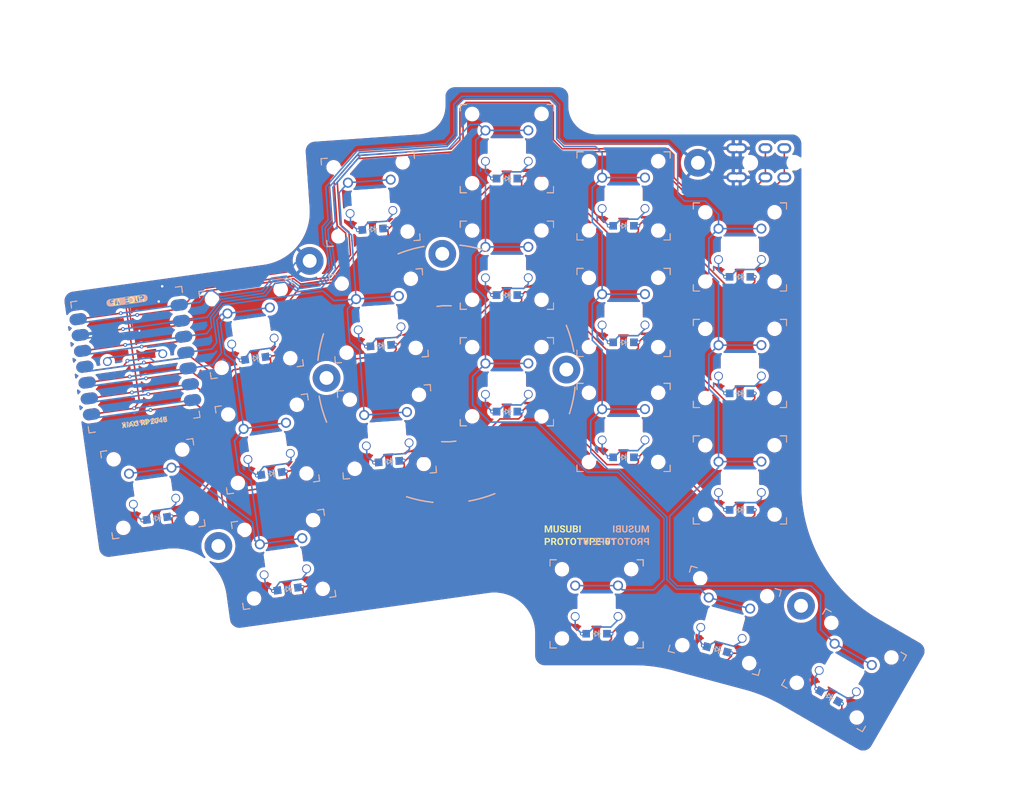
<source format=kicad_pcb>
(kicad_pcb (version 20211014) (generator pcbnew)
  (title_block (title "MUSUBI"))
  (layers (0 "F.Cu" signal) (31 "B.Cu" signal) (34 "B.Paste" user) (35 "F.Paste" user) (36 "B.SilkS" user "B.Silkscreen") (37 "F.SilkS" user "F.Silkscreen") (38 "B.Mask" user) (39 "F.Mask" user) (44 "Edge.Cuts" user))
  (net 0 "")
  (net 1 "ROW0")
  (net 2 "Net-(D1-Pad2)")
  (net 3 "Net-(D2-Pad2)")
  (net 4 "Net-(D3-Pad2)")
  (net 5 "Net-(D4-Pad2)")
  (net 6 "Net-(D5-Pad2)")
  (net 7 "ROW1")
  (net 8 "Net-(D6-Pad2)")
  (net 9 "Net-(D7-Pad2)")
  (net 10 "Net-(D8-Pad2)")
  (net 11 "Net-(D9-Pad2)")
  (net 12 "Net-(D10-Pad2)")
  (net 13 "ROW2")
  (net 14 "Net-(D11-Pad2)")
  (net 15 "Net-(D12-Pad2)")
  (net 16 "Net-(D13-Pad2)")
  (net 17 "Net-(D14-Pad2)")
  (net 18 "Net-(D15-Pad2)")
  (net 19 "ROW3")
  (net 20 "Net-(D17-Pad2)")
  (net 21 "Net-(D18-Pad2)")
  (net 22 "Net-(D19-Pad2)")
  (net 23 "Net-(D20-Pad2)")
  (net 24 "COL0")
  (net 25 "COL1")
  (net 26 "COL2")
  (net 27 "COL3")
  (net 28 "COL4")
  (net 30 "TX")
  (net 32 "GND")
  (net 33 "VCC")
  (footprint "DEF01:diode-reversible" (layer "F.Cu") (at 154.868354 97.992001 180)
    (fp_text reference "D14" hide)
    (fp_text value "D_Small" hide)
  )
  (footprint "DEF01:Kailh-PG1425-X-Switch-revers" (layer "F.Cu") (at 154.868354 56.491995)
    (fp_text reference "SW4" hide)
    (fp_text value "SW_Push_45deg" hide)
  )
  (footprint "DEF01:diode-reversible" (layer "F.Cu") (at 117.620977 98.678423 -176)
    (fp_text reference "D12" hide)
    (fp_text value "D_Small" hide)
  )
  (footprint "DEF01:diode-reversible" (layer "F.Cu") (at 136.345055 53.741968 180)
    (fp_text reference "D3" hide)
    (fp_text value "D_Small" hide)
  )
  (footprint "DEF01:TRRS-PJ-320A-dual" (layer "F.Cu") (at 178.026206 51.361997 -90)
    (fp_text reference "J1" hide)
    (fp_text value "AudioJack4" hide)
  )
  (footprint "DEF01:diode-reversible" (layer "F.Cu") (at 173.344979 69.341961 180)
    (fp_text reference "D5" hide)
    (fp_text value "D_Small" hide)
  )
  (footprint "DEF01:Kailh-PG1425-X-Switch-revers" (layer "F.Cu") (at 150.591715 121.25578)
    (fp_text reference "SW18" hide)
    (fp_text value "SW_Push_45deg" hide)
  )
  (footprint "DEF01:Kailh-PG1425-X-Switch-revers" (layer "F.Cu") (at 100.897803 114.188267 8)
    (fp_text reference "SW11" hide)
    (fp_text value "SW_Push_45deg" hide)
  )
  (footprint "DEF01:diode-reversible" (layer "F.Cu") (at 101.558873 118.892035 -172)
    (fp_text reference "D11" hide)
    (fp_text value "D_Small" hide)
  )
  (footprint "DEF01:diode-reversible" (layer "F.Cu") (at 173.344977 87.841952 180)
    (fp_text reference "D10" hide)
    (fp_text value "D_Small" hide)
  )
  (footprint "kibuzzard-63ADF2C0" (layer "F.Cu") (at 78.781908 92.459519 8)
    (fp_text reference "kibuzzard-63ADF2C0" hide)
    (fp_text value "G***" hide)
  )
  (footprint "MountingHole:MountingHole_2.2mm_M2_Pad_TopBottom" (layer "F.Cu") (at 90.544301 112.068688)
    (fp_text reference "REF**" hide)
    (fp_text value "MountingHole_2.2mm_M2_Pad_TopBottom" hide)
  )
  (footprint "DEF01:Kailh-PG1425-X-Switch-revers" (layer "F.Cu") (at 117.289639 93.939979 4)
    (fp_text reference "SW12" hide)
    (fp_text value "SW_Push_45deg" hide)
  )
  (footprint "DEF01:Kailh-PG1425-X-Switch-revers" (layer "F.Cu") (at 189.879799 131.782892 -30)
    (fp_text reference "SW20" hide)
    (fp_text value "SW_Push_45deg" hide)
  )
  (footprint "DEF01:Kailh-PG1425-X-Switch-revers" (layer "F.Cu") (at 80.136702 102.986031 8)
    (fp_text reference "SW17" hide)
    (fp_text value "SW_Push_45deg" hide)
  )
  (footprint "MountingHole:MountingHole_2.2mm_M2_Pad_TopBottom" (layer "F.Cu") (at 166.673711 51.242001 8)
    (fp_text reference "REF**" hide)
    (fp_text value "MountingHole_2.2mm_M2_Pad_TopBottom" hide)
  )
  (footprint "MountingHole:MountingHole_2.2mm_M2_Pad_TopBottom" (layer "F.Cu") (at 105.044296 66.818696)
    (fp_text reference "REF**" hide)
    (fp_text value "MountingHole_2.2mm_M2_Pad_TopBottom" hide)
  )
  (footprint "DEF01:Tenting_Puck2_reduced" (layer "F.Cu") (at 126.755904 84.733526 2)
    (fp_text reference "REF**")
    (fp_text value "Tenting Puck")
  )
  (footprint "DEF01:Kailh-PG1425-X-Switch-revers" (layer "F.Cu") (at 173.344975 101.579615)
    (fp_text reference "SW15" hide)
    (fp_text value "SW_Push_45deg" hide)
  )
  (footprint "DEF01:diode-reversible" (layer "F.Cu") (at 136.350019 90.741977 180)
    (fp_text reference "D13" hide)
    (fp_text value "D_Small" hide)
  )
  (footprint "DEF01:diode-reversible" (layer "F.Cu") (at 115.041209 61.785834 -176)
    (fp_text reference "D2" hide)
    (fp_text value "D_Small" hide)
  )
  (footprint "DEF01:Kailh-PG1425-X-Switch-revers" (layer "F.Cu") (at 136.345054 48.991982)
    (fp_text reference "SW3" hide)
    (fp_text value "SW_Push_45deg" hide)
  )
  (footprint "DEF01:Kailh-PG1425-X-Switch-revers" (layer "F.Cu") (at 98.32241 95.863353 8)
    (fp_text reference "SW6" hide)
    (fp_text value "SW_Push_45deg" hide)
  )
  (footprint "kibuzzard-63ADF196" (layer "F.Cu") (at 147.881908 110.359519)
    (fp_text reference "kibuzzard-63ADF196" hide)
    (fp_text value "G***" hide)
  )
  (footprint "DEF01:Kailh-PG1425-X-Switch-revers" (layer "F.Cu") (at 136.34503 67.491968)
    (fp_text reference "SW8" hide)
    (fp_text value "SW_Push_45deg" hide)
  )
  (footprint "DEF01:xiao-rev-reversible" (layer "F.Cu") (at 77.368352 82.491999 8)
    (fp_text reference "U1" hide)
    (fp_text value "xiao-ble" hide)
  )
  (footprint "DEF01:diode-reversible" (layer "F.Cu") (at 173.344972 106.341952 180)
    (fp_text reference "D15" hide)
    (fp_text value "D_Small" hide)
  )
  (footprint "DEF01:diode-reversible" (layer "F.Cu") (at 154.868351 79.74199 180)
    (fp_text reference "D9" hide)
    (fp_text value "D_Small" hide)
  )
  (footprint "DEF01:diode-reversible" (layer "F.Cu") (at 169.717249 128.491961 165)
    (fp_text reference "D19" hide)
    (fp_text value "D_Small" hide)
  )
  (footprint "DEF01:Kailh-PG1425-X-Switch-revers" (layer "F.Cu") (at 173.34498 83.091952)
    (fp_text reference "SW10" hide)
    (fp_text value "SW_Push_45deg" hide)
  )
  (footprint "DEF01:diode-reversible" (layer "F.Cu") (at 96.413633 82.281668 -172)
    (fp_text reference "D1" hide)
    (fp_text value "D_Small" hide)
  )
  (footprint "DEF01:Kailh-PG1425-X-Switch-revers" (layer "F.Cu") (at 173.344978 64.591951)
    (fp_text reference "SW5" hide)
    (fp_text value "SW_Push_45deg" hide)
  )
  (footprint "DEF01:Kailh-PG1425-X-Switch-revers" (layer "F.Cu") (at 95.750852 77.565677 8)
    (fp_text reference "SW1" hide)
    (fp_text value "SW_Push_45deg" hide)
  )
  (footprint "DEF01:diode-reversible" (layer "F.Cu") (at 116.332918 80.258221 -176)
    (fp_text reference "D7" hide)
    (fp_text value "D_Small" hide)
  )
  (footprint "DEF01:Kailh-PG1425-X-Switch-revers" (layer "F.Cu") (at 154.86835 74.991999)
    (fp_text reference "SW9" hide)
    (fp_text value "SW_Push_45deg" hide)
  )
  (footprint "DEF01:diode-reversible" (layer "F.Cu") (at 150.591715 126.005779 180)
    (fp_text reference "D18" hide)
    (fp_text value "D_Small" hide)
  )
  (footprint "DEF01:diode-reversible" (layer "F.Cu") (at 187.490576 135.930632 150)
    (fp_text reference "D20" hide)
    (fp_text value "D_Small" hide)
  )
  (footprint "DEF01:diode-reversible" (layer "F.Cu") (at 154.868352 61.241986 180)
    (fp_text reference "D4" hide)
    (fp_text value "D_Small" hide)
  )
  (footprint "DEF01:Kailh-PG1425-X-Switch-revers" (layer "F.Cu") (at 154.868352 93.24199)
    (fp_text reference "SW14" hide)
    (fp_text value "SW_Push_45deg" hide)
  )
  (footprint "DEF01:diode-reversible" (layer "F.Cu") (at 98.98348 100.567138 -172)
    (fp_text reference "D6" hide)
    (fp_text value "D_Small" hide)
  )
  (footprint "DEF01:Kailh-PG1425-X-Switch-revers" (layer "F.Cu") (at 136.345021 85.991973)
    (fp_text reference "SW13" hide)
    (fp_text value "SW_Push_45deg" hide)
  )
  (footprint "DEF01:Kailh-PG1425-X-Switch-revers" (layer "F.Cu") (at 116.001579 75.519791 4)
    (fp_text reference "SW7" hide)
    (fp_text value "SW_Push_45deg" hide)
  )
  (footprint "DEF01:diode-reversible" (layer "F.Cu") (at 136.345033 72.241982 180)
    (fp_text reference "D8" hide)
    (fp_text value "D_Small" hide)
  )
  (footprint "DEF01:Kailh-PG1425-X-Switch-revers" (layer "F.Cu") (at 170.928607 123.933177 -15)
    (fp_text reference "SW19" hide)
    (fp_text value "SW_Push_45deg" hide)
  )
  (footprint "MountingHole:MountingHole_2.2mm_M2_Pad_TopBottom" (layer "F.Cu") (at 183.044297 121.56869)
    (fp_text reference "REF**" hide)
    (fp_text value "MountingHole_2.2mm_M2_Pad_TopBottom" hide)
  )
  (footprint "DEF01:diode-reversible" (layer "F.Cu") (at 80.797771 107.689809 -172)
    (fp_text reference "D17" hide)
    (fp_text value "D_Small" hide)
  )
  (footprint "DEF01:Kailh-PG1425-X-Switch-revers" (layer "F.Cu") (at 114.709864 57.047414 4)
    (fp_text reference "SW2" hide)
    (fp_text value "SW_Push_45deg" hide)
  )
  (footprint "kibuzzard-63ADF196" (layer "B.Cu") (at 153.381907 110.359519 180)
    (fp_text reference "kibuzzard-63ADF196" hide)
    (fp_text value "G***" hide)
  )
  (footprint "kibuzzard-63ADF2C0" (layer "B.Cu") (at 78.881908 92.359519 -172)
    (fp_text reference "kibuzzard-63ADF2C0" hide)
    (fp_text value "G***" hide)
  )
  (gr_line (start 156.427476 131.505816) (end 142.341788 131.505819) (layer "Edge.Cuts") (width 0.003937))
  (gr_line (start 191.899556 144.78468) (end 179.701137 137.741908) (layer "Edge.Cuts") (width 0.003937))
  (gr_line (start 91.904205 123.845287) (end 91.341415 119.840631) (layer "Edge.Cuts") (width 0.003937))
  (gr_arc (start 104.534104 58.465551) (mid 102.770762 64.058175) (end 97.666965 66.945743) (layer "Edge.Cuts") (width 0.003937))
  (gr_line (start 146.595086 40.742046) (end 146.595085 42.242056) (layer "Edge.Cuts") (width 0.003937))
  (gr_arc (start 65.637465 73.466742) (mid 66.020702 71.984738) (end 67.339666 71.207876) (layer "Edge.Cuts") (width 0.003937))
  (gr_arc (start 173.912661 135.344263) (mid 176.885471 136.353394) (end 179.701137 137.741908) (layer "Edge.Cuts") (width 0.003937))
  (gr_arc (start 195.594976 123.246909) (mid 186.810429 114.462297) (end 183.595016 102.462356) (layer "Edge.Cuts") (width 0.003937))
  (gr_line (start 71.134634 112.581983) (end 65.637465 73.466742) (layer "Edge.Cuts") (width 0.003937))
  (gr_line (start 150.59508 46.242032) (end 181.595017 46.242038) (layer "Edge.Cuts") (width 0.003937))
  (gr_line (start 97.666965 66.945743) (end 67.339666 71.207876) (layer "Edge.Cuts") (width 0.003937))
  (gr_line (start 126.095128 42.246233) (end 126.09513 40.742054) (layer "Edge.Cuts") (width 0.003937))
  (gr_arc (start 133.506784 120.01822) (mid 138.278165 121.431579) (end 140.34179 125.959834) (layer "Edge.Cuts") (width 0.003937))
  (gr_arc (start 156.427476 131.505816) (mid 159.560028 131.711135) (end 162.638985 132.323555) (layer "Edge.Cuts") (width 0.003937))
  (gr_arc (start 142.341788 131.505819) (mid 140.927558 130.920055) (end 140.341787 129.505819) (layer "Edge.Cuts") (width 0.003937))
  (gr_line (start 173.912661 135.344263) (end 162.638985 132.323555) (layer "Edge.Cuts") (width 0.003937))
  (gr_line (start 202.149544 127.031203) (end 195.594976 123.246909) (layer "Edge.Cuts") (width 0.003937))
  (gr_line (start 140.341787 129.505819) (end 140.34179 125.959834) (layer "Edge.Cuts") (width 0.003937))
  (gr_arc (start 94.163076 125.547503) (mid 92.68109 125.164238) (end 91.904205 123.845287) (layer "Edge.Cuts") (width 0.003937))
  (gr_arc (start 103.909441 49.532547) (mid 104.395145 48.080928) (end 105.765049 47.397911) (layer "Edge.Cuts") (width 0.003937))
  (gr_line (start 122.37417 46.23647) (end 105.765049 47.397911) (layer "Edge.Cuts") (width 0.003937))
  (gr_line (start 128.095124 38.742064) (end 144.595092 38.742063) (layer "Edge.Cuts") (width 0.003937))
  (gr_arc (start 73.393464 114.284174) (mid 71.911542 113.900871) (end 71.134634 112.581983) (layer "Edge.Cuts") (width 0.003937))
  (gr_line (start 194.6316 144.052626) (end 202.881593 129.763251) (layer "Edge.Cuts") (width 0.003937))
  (gr_line (start 82.306068 113.031778) (end 73.393464 114.284174) (layer "Edge.Cuts") (width 0.003937))
  (gr_line (start 104.534104 58.465551) (end 103.909441 49.532547) (layer "Edge.Cuts") (width 0.003937))
  (gr_arc (start 82.306068 113.031778) (mid 88.233886 114.564945) (end 91.341415 119.840631) (layer "Edge.Cuts") (width 0.003937))
  (gr_line (start 183.595016 102.462356) (end 183.595012 48.242038) (layer "Edge.Cuts") (width 0.003937))
  (gr_arc (start 144.595092 38.742063) (mid 146.009236 39.327899) (end 146.595086 40.742046) (layer "Edge.Cuts") (width 0.003937))
  (gr_arc (start 126.09513 40.742054) (mid 126.680903 39.327828) (end 128.095124 38.742064) (layer "Edge.Cuts") (width 0.003937))
  (gr_arc (start 150.59508 46.242032) (mid 147.766675 45.070458) (end 146.595085 42.242056) (layer "Edge.Cuts") (width 0.003937))
  (gr_arc (start 181.595017 46.242038) (mid 183.009247 46.8278) (end 183.595012 48.242038) (layer "Edge.Cuts") (width 0.003937))
  (gr_arc (start 126.095128 42.246233) (mid 125.020529 44.974197) (end 122.37417 46.23647) (layer "Edge.Cuts") (width 0.003937))
  (gr_arc (start 194.6316 144.052626) (mid 193.417181 144.984454) (end 191.899556 144.78468) (layer "Edge.Cuts") (width 0.003937))
  (gr_line (start 94.163076 125.547503) (end 133.506784 120.01822) (layer "Edge.Cuts") (width 0.003937))
  (gr_arc (start 202.149544 127.031203) (mid 203.081403 128.245608) (end 202.881593 129.763251) (layer "Edge.Cuts") (width 0.003937))
  (segment (start 157.737705 60.722635) (end 157.218352 61.241987) (width 0.25) (layer "F.Cu") (net 1))
  (segment (start 152.566471 62.582159) (end 143.316464 53.332148) (width 0.25) (layer "F.Cu") (net 1))
  (segment (start 108.811405 70.221386) (end 103.485801 70.969844) (width 0.25) (layer "F.Cu") (net 1))
  (segment (start 161.192102 60.722635) (end 157.737705 60.722635) (width 0.25) (layer "F.Cu") (net 1))
  (segment (start 157.218354 62.147339) (end 156.783537 62.582159) (width 0.25) (layer "F.Cu") (net 1))
  (segment (start 85.323343 81.43595) (end 91.440362 86.045448) (width 0.25) (layer "F.Cu") (net 1))
  (segment (start 98.597197 83.304014) (end 98.80997 83.021649) (width 0.25) (layer "F.Cu") (net 1))
  (segment (start 139.104875 53.332151) (end 138.695051 53.741972) (width 0.25) (layer "F.Cu") (net 1))
  (segment (start 171.062421 70.592955) (end 161.192102 60.722635) (width 0.25) (layer "F.Cu") (net 1))
  (segment (start 117.52233 62.595598) (end 117.204864 63.016891) (width 0.25) (layer "F.Cu") (net 1))
  (segment (start 133.49827 55.157113) (end 127.812424 60.842965) (width 0.25) (layer "F.Cu") (net 1))
  (segment (start 156.783537 62.582159) (end 152.566471 62.582159) (width 0.25) (layer "F.Cu") (net 1))
  (segment (start 175.694979 70.170717) (end 175.272738 70.592957) (width 0.25) (layer "F.Cu") (net 1))
  (segment (start 127.812424 60.842965) (end 118.456828 60.842958) (width 0.25) (layer "F.Cu") (net 1))
  (segment (start 157.218352 61.241987) (end 157.218354 62.147339) (width 0.25) (layer "F.Cu") (net 1))
  (segment (start 103.485801 70.969844) (end 100.245161 75.27032) (width 0.25) (layer "F.Cu") (net 1))
  (segment (start 100.902915 79.950484) (end 99.469918 81.852134) (width 0.25) (layer "F.Cu") (net 1))
  (segment (start 92.903154 84.104256) (end 98.597197 83.304014) (width 0.25) (layer "F.Cu") (net 1))
  (segment (start 118.456828 60.842958) (end 117.653608 61.646176) (width 0.25) (layer "F.Cu") (net 1))
  (segment (start 99.469918 81.852134) (end 98.740764 81.954611) (width 0.25) (layer "F.Cu") (net 1))
  (segment (start 113.889234 63.482871) (end 108.811405 70.221386) (width 0.25) (layer "F.Cu") (net 1))
  (segment (start 175.272738 70.592957) (end 171.062421 70.592955) (width 0.25) (layer "F.Cu") (net 1))
  (segment (start 98.740764 81.954611) (end 98.878031 82.93133) (width 0.25) (layer "F.Cu") (net 1))
  (segment (start 175.694975 69.341964) (end 175.694979 70.170717) (width 0.25) (layer "F.Cu") (net 1))
  (segment (start 117.204864 63.016891) (end 113.889234 63.482871) (width 0.25) (layer "F.Cu") (net 1))
  (segment (start 85.182319 81.455769) (end 85.323343 81.43595) (width 0.25) (layer "F.Cu") (net 1))
  (segment (start 91.440362 86.045448) (end 92.903154 84.104256) (width 0.25) (layer "F.Cu") (net 1))
  (segment (start 100.245161 75.27032) (end 100.902915 79.950484) (width 0.25) (layer "F.Cu") (net 1))
  (segment (start 143.316464 53.332148) (end 139.104875 53.332151) (width 0.25) (layer "F.Cu") (net 1))
  (segment (start 138.391428 55.157111) (end 133.49827 55.157113) (width 0.25) (layer "F.Cu") (net 1))
  (segment (start 138.695051 53.741972) (end 138.695053 54.853486) (width 0.25) (layer "F.Cu") (net 1))
  (segment (start 117.385485 61.621906) (end 117.52233 62.595598) (width 0.25) (layer "F.Cu") (net 1))
  (segment (start 138.695053 54.853486) (end 138.391428 55.157111) (width 0.25) (layer "F.Cu") (net 1))
  (segment (start 98.878031 82.93133) (end 98.80997 83.021649) (width 0.25) (layer "F.Cu") (net 1))
  (segment (start 92.663996 80.031626) (end 92.900594 81.715076) (width 0.25) (layer "B.Cu") (net 2))
  (segment (start 99.533892 80.053331) (end 99.396119 79.073026) (width 0.25) (layer "B.Cu") (net 2))
  (segment (start 94.086503 82.608727) (end 94.582405 82.539028) (width 0.25) (layer "B.Cu") (net 2))
  (segment (start 94.582405 82.539028) (end 95.665104 81.10223) (width 0.25) (layer "B.Cu") (net 2))
  (segment (start 99.108127 80.618339) (end 99.533892 80.053331) (width 0.25) (layer "B.Cu") (net 2))
  (segment (start 95.665104 81.10223) (end 99.108127 80.618339) (width 0.25) (layer "B.Cu") (net 2))
  (segment (start 92.900594 81.715076) (end 94.086503 82.608727) (width 0.25) (layer "B.Cu") (net 2))
  (segment (start 118.279807 59.358967) (end 118.241101 58.805361) (width 0.25) (layer "B.Cu") (net 3))
  (segment (start 111.576232 60.97555) (end 112.696932 61.949757) (width 0.25) (layer "B.Cu") (net 3))
  (segment (start 111.458512 59.292013) (end 111.576232 60.97555) (width 0.25) (layer "B.Cu") (net 3))
  (segment (start 114.327295 60.721102) (end 117.274901 60.514983) (width 0.25) (layer "B.Cu") (net 3))
  (segment (start 117.274901 60.514983) (end 118.279807 59.358967) (width 0.25) (layer "B.Cu") (net 3))
  (segment (start 112.696932 61.949757) (end 113.29563 61.907901) (width 0.25) (layer "B.Cu") (net 3))
  (segment (start 113.29563 61.907901) (end 114.327295 60.721102) (width 0.25) (layer "B.Cu") (net 3))
  (segment (start 134.87524 53.74198) (end 135.929493 52.687716) (width 0.25) (layer "B.Cu") (net 4))
  (segment (start 132.945041 52.691968) (end 132.945046 51.004322) (width 0.25) (layer "B.Cu") (net 4))
  (segment (start 133.995055 53.741973) (end 134.87524 53.74198) (width 0.25) (layer "B.Cu") (net 4))
  (segment (start 135.929493 52.687716) (end 138.604285 52.687721) (width 0.25) (layer "B.Cu") (net 4))
  (segment (start 138.604285 52.687721) (end 139.74506 51.546935) (width 0.25) (layer "B.Cu") (net 4))
  (segment (start 133.995055 53.741973) (end 132.945041 52.691968) (width 0.25) (layer "B.Cu") (net 4))
  (segment (start 139.74506 51.546935) (end 139.745058 50.991985) (width 0.25) (layer "B.Cu") (net 4))
  (segment (start 151.46835 60.191985) (end 152.518353 61.241985) (width 0.25) (layer "B.Cu") (net 5))
  (segment (start 154.4295 60.187715) (end 157.127605 60.187709) (width 0.25) (layer "B.Cu") (net 5))
  (segment (start 158.26836 59.046958) (end 158.268363 58.492003) (width 0.25) (layer "B.Cu") (net 5))
  (segment (start 153.375226 61.241992) (end 154.4295 60.187715) (width 0.25) (layer "B.Cu") (net 5))
  (segment (start 151.46835 58.504329) (end 151.46835 60.191985) (width 0.25) (layer "B.Cu") (net 5))
  (segment (start 152.518353 61.241985) (end 153.375226 61.241992) (width 0.25) (layer "B.Cu") (net 5))
  (segment (start 157.127605 60.187709) (end 158.26836 59.046958) (width 0.25) (layer "B.Cu") (net 5))
  (segment (start 175.70417 68.18771) (end 176.744986 67.146907) (width 0.25) (layer "B.Cu") (net 6))
  (segment (start 172.929495 68.187718) (end 175.70417 68.18771) (width 0.25) (layer "B.Cu") (net 6))
  (segment (start 171.775259 69.341958) (end 172.929495 68.187718) (width 0.25) (layer "B.Cu") (net 6))
  (segment (start 169.94497 68.291956) (end 169.944974 66.604287) (width 0.25) (layer "B.Cu") (net 6))
  (segment (start 170.994975 69.341957) (end 169.94497 68.291956) (width 0.25) (layer "B.Cu") (net 6))
  (segment (start 170.994975 69.341957) (end 171.775259 69.341958) (width 0.25) (layer "B.Cu") (net 6))
  (segment (start 176.744986 67.146907) (end 176.74498 66.591945) (width 0.25) (layer "B.Cu") (net 6))
  (segment (start 101.310609 100.240081) (end 102.074259 100.132757) (width 0.25) (layer "F.Cu") (net 7))
  (segment (start 171.077272 89.092956) (end 175.272733 89.092959) (width 0.25) (layer "F.Cu") (net 7))
  (segment (start 101.31061 100.24008) (end 101.46207 101.317802) (width 0.25) (layer "F.Cu") (net 7))
  (segment (start 138.69503 72.241985) (end 139.214378 71.72264) (width 0.25) (layer "F.Cu") (net 7))
  (segment (start 102.963051 92.81279) (end 106.230052 88.477333) (width 0.25) (layer "F.Cu") (net 7))
  (segment (start 118.945329 80.118572) (end 119.720931 79.342954) (width 0.25) (layer "F.Cu") (net 7))
  (segment (start 89.120085 86.545884) (end 85.676853 83.951234) (width 0.25) (layer "F.Cu") (net 7))
  (segment (start 139.214378 71.72264) (end 142.956952 71.722639) (width 0.25) (layer "F.Cu") (net 7))
  (segment (start 110.729081 84.563091) (end 112.37617 82.377331) (width 0.25) (layer "F.Cu") (net 7))
  (segment (start 161.206953 79.222635) (end 171.077272 89.092956) (width 0.25) (layer "F.Cu") (net 7))
  (segment (start 157.218348 79.741992) (end 157.737706 79.222637) (width 0.25) (layer "F.Cu") (net 7))
  (segment (start 138.208584 73.65711) (end 138.695031 73.170663) (width 0.25) (layer "F.Cu") (net 7))
  (segment (start 110.934523 86.024877) (end 110.729081 84.563091) (width 0.25) (layer "F.Cu") (net 7))
  (segment (start 93.015972 103.550312) (end 91.331509 102.280978) (width 0.25) (layer "F.Cu") (net 7))
  (segment (start 118.788897 80.889076) (end 118.677198 80.094298) (width 0.25) (layer "F.Cu") (net 7))
  (segment (start 118.294164 81.54561) (end 118.788897 80.889076) (width 0.25) (layer "F.Cu") (net 7))
  (segment (start 128.062425 79.342964) (end 133.748274 73.657109) (width 0.25) (layer "F.Cu") (net 7))
  (segment (start 100.580924 102.487127) (end 93.015972 103.550312) (width 0.25) (layer "F.Cu") (net 7))
  (segment (start 152.327275 81.092956) (end 156.772737 81.092959) (width 0.25) (layer "F.Cu") (net 7))
  (segment (start 119.720931 79.342954) (end 128.062425 79.342964) (width 0.25) (layer "F.Cu") (net 7))
  (segment (start 112.37617 82.377331) (end 118.294164 81.54561) (width 0.25) (layer "F.Cu") (net 7))
  (segment (start 157.218352 80.647341) (end 157.218348 79.741992) (width 0.25) (layer "F.Cu") (net 7))
  (segment (start 103.690391 97.988082) (end 102.963051 92.81279) (width 0.25) (layer "F.Cu") (net 7))
  (segment (start 175.272733 89.092959) (end 175.694977 88.670718) (width 0.25) (layer "F.Cu") (net 7))
  (segment (start 101.46207 101.317802) (end 100.580924 102.487127) (width 0.25) (layer "F.Cu") (net 7))
  (segment (start 106.230052 88.477333) (end 109.424808 88.028335) (width 0.25) (layer "F.Cu") (net 7))
  (segment (start 175.694977 88.670718) (end 175.694978 87.841951) (width 0.25) (layer "F.Cu") (net 7))
  (segment (start 156.772737 81.092959) (end 157.218352 80.647341) (width 0.25) (layer "F.Cu") (net 7))
  (segment (start 102.074259 100.132757) (end 103.690391 97.988082) (width 0.25) (layer "F.Cu") (net 7))
  (segment (start 91.331509 102.280978) (end 89.120085 86.545884) (width 0.25) (layer "F.Cu") (net 7))
  (segment (start 85.676853 83.951234) (end 85.535822 83.971047) (width 0.25) (layer "F.Cu") (net 7))
  (segment (start 109.424808 88.028335) (end 110.934523 86.024877) (width 0.25) (layer "F.Cu") (net 7))
  (segment (start 157.737706 79.222637) (end 161.206953 79.222635) (width 0.25) (layer "F.Cu") (net 7))
  (segment (start 133.748274 73.657109) (end 138.208584 73.65711) (width 0.25) (layer "F.Cu") (net 7))
  (segment (start 138.695031 73.170663) (end 138.69503 72.241985) (width 0.25) (layer "F.Cu") (net 7))
  (segment (start 142.956952 71.722639) (end 152.327275 81.092956) (width 0.25) (layer "F.Cu") (net 7))
  (segment (start 97.709407 99.496727) (end 101.660534 98.941434) (width 0.25) (layer "B.Cu") (net 8))
  (segment (start 101.660534 98.941434) (end 102.105453 98.35102) (width 0.25) (layer "B.Cu") (net 8))
  (segment (start 102.105453 98.35102) (end 101.967675 97.370711) (width 0.25) (layer "B.Cu") (net 8))
  (segment (start 95.470436 100.000538) (end 95.23555 98.329299) (width 0.25) (layer "B.Cu") (net 8))
  (segment (start 96.656348 100.894193) (end 95.470436 100.000538) (width 0.25) (layer "B.Cu") (net 8))
  (segment (start 96.656348 100.894193) (end 97.709407 99.496727) (width 0.25) (layer "B.Cu") (net 8))
  (segment (start 113.988648 80.422162) (end 112.867957 79.447949) (width 0.25) (layer "B.Cu") (net 9))
  (segment (start 115.617789 79.176047) (end 119.016785 78.938355) (width 0.25) (layer "B.Cu") (net 9))
  (segment (start 119.601873 78.265286) (end 119.532819 77.277751) (width 0.25) (layer "B.Cu") (net 9))
  (segment (start 119.016785 78.938355) (end 119.601873 78.265286) (width 0.25) (layer "B.Cu") (net 9))
  (segment (start 114.569886 80.381512) (end 115.617789 79.176047) (width 0.25) (layer "B.Cu") (net 9))
  (segment (start 112.867957 79.447949) (end 112.75023 77.764399) (width 0.25) (layer "B.Cu") (net 9))
  (segment (start 113.988648 80.422162) (end 114.569886 80.381512) (width 0.25) (layer "B.Cu") (net 9))
  (segment (start 139.745035 70.481924) (end 139.745035 69.491976) (width 0.25) (layer "B.Cu") (net 10))
  (segment (start 139.039238 71.187714) (end 139.745035 70.481924) (width 0.25) (layer "B.Cu") (net 10))
  (segment (start 135.929503 71.187718) (end 139.039238 71.187714) (width 0.25) (layer "B.Cu") (net 10))
  (segment (start 132.945018 71.191964) (end 133.995036 72.241982) (width 0.25) (layer "B.Cu") (net 10))
  (segment (start 134.875235 72.241983) (end 135.929503 71.187718) (width 0.25) (layer "B.Cu") (net 10))
  (segment (start 133.995036 72.241982) (end 134.875235 72.241983) (width 0.25) (layer "B.Cu") (net 10))
  (segment (start 132.945023 69.504316) (end 132.945018 71.191964) (width 0.25) (layer "B.Cu") (net 10))
  (segment (start 158.268356 77.598866) (end 158.26836 76.991998) (width 0.25) (layer "B.Cu") (net 11))
  (segment (start 153.125221 79.741993) (end 154.179495 78.687711) (width 0.25) (layer "B.Cu") (net 11))
  (segment (start 157.179497 78.687709) (end 158.268356 77.598866) (width 0.25) (layer "B.Cu") (net 11))
  (segment (start 151.468348 78.691985) (end 152.518354 79.741985) (width 0.25) (layer "B.Cu") (net 11))
  (segment (start 151.468342 77.004334) (end 151.468348 78.691985) (width 0.25) (layer "B.Cu") (net 11))
  (segment (start 154.179495 78.687711) (end 157.179497 78.687709) (width 0.25) (layer "B.Cu") (net 11))
  (segment (start 152.518354 79.741985) (end 153.125221 79.741993) (width 0.25) (layer "B.Cu") (net 11))
  (segment (start 171.694973 87.841948) (end 172.849218 86.687719) (width 0.25) (layer "B.Cu") (net 12))
  (segment (start 170.994975 87.841959) (end 171.694973 87.841948) (width 0.25) (layer "B.Cu") (net 12))
  (segment (start 176.744984 85.646908) (end 176.744984 85.091953) (width 0.25) (layer "B.Cu") (net 12))
  (segment (start 175.704179 86.687716) (end 176.744984 85.646908) (width 0.25) (layer "B.Cu") (net 12))
  (segment (start 169.94497 86.791945) (end 169.944969 85.104288) (width 0.25) (layer "B.Cu") (net 12))
  (segment (start 170.994975 87.841959) (end 169.94497 86.791945) (width 0.25) (layer "B.Cu") (net 12))
  (segment (start 172.849218 86.687719) (end 175.704179 86.687716) (width 0.25) (layer "B.Cu") (net 12))
  (segment (start 156.891428 99.15711) (end 157.218351 98.830183) (width 0.25) (layer "F.Cu") (net 13))
  (segment (start 94.965331 111.221642) (end 95.934322 118.116405) (width 0.25) (layer "F.Cu") (net 13))
  (segment (start 158.053242 97.157112) (end 160.660136 97.157111) (width 0.25) (layer "F.Cu") (net 13))
  (segment (start 157.218351 98.830183) (end 157.218351 97.991997) (width 0.25) (layer "F.Cu") (net 13))
  (segment (start 138.70002 90.741974) (end 139.219356 90.222636) (width 0.25) (layer "F.Cu") (net 13))
  (segment (start 94.868729 121.041106) (end 96.424128 122.213183) (width 0.25) (layer "F.Cu") (net 13))
  (segment (start 95.934322 118.116405) (end 94.689796 119.767947) (width 0.25) (layer "F.Cu") (net 13))
  (segment (start 138.70002 91.415676) (end 138.208582 91.907111) (width 0.25) (layer "F.Cu") (net 13))
  (segment (start 104.126433 120.275725) (end 103.405851 121.231967) (width 0.25) (layer "F.Cu") (net 13))
  (segment (start 139.219356 90.222636) (end 143.306954 90.222638) (width 0.25) (layer "F.Cu") (net 13))
  (segment (start 175.694973 107.17072) (end 175.694969 106.341952) (width 0.25) (layer "F.Cu") (net 13))
  (segment (start 171.085179 107.582156) (end 175.283535 107.582155) (width 0.25) (layer "F.Cu") (net 13))
  (segment (start 138.208582 91.907111) (end 135.248271 91.907113) (width 0.25) (layer "F.Cu") (net 13))
  (segment (start 94.689796 119.767947) (end 94.868729 121.041106) (width 0.25) (layer "F.Cu") (net 13))
  (segment (start 175.283535 107.582155) (end 175.694973 107.17072) (width 0.25) (layer "F.Cu") (net 13))
  (segment (start 135.248271 91.907113) (end 129.312424 97.842956) (width 0.25) (layer "F.Cu") (net 13))
  (segment (start 103.886003 118.564978) (end 104.126433 120.275725) (width 0.25) (layer "F.Cu") (net 13))
  (segment (start 143.306954 90.222638) (end 152.241428 99.157112) (width 0.25) (layer "F.Cu") (net 13))
  (segment (start 86.489379 86.401999) (end 88.844348 88.176602) (width 0.25) (layer "F.Cu") (net 13))
  (segment (start 91.741722 108.792478) (end 94.965331 111.221642) (width 0.25) (layer "F.Cu") (net 13))
  (segment (start 96.424128 122.213183) (end 103.405851 121.231967) (width 0.25) (layer "F.Cu") (net 13))
  (segment (start 152.241428 99.157112) (end 156.891428 99.15711) (width 0.25) (layer "F.Cu") (net 13))
  (segment (start 104.644717 118.458349) (end 106.477867 116.025679) (width 0.25) (layer "F.Cu") (net 13))
  (segment (start 85.889322 86.486324) (end 86.489379 86.401999) (width 0.25) (layer "F.Cu") (net 13))
  (segment (start 106.477867 116.025679) (end 105.747208 110.826771) (width 0.25) (layer "F.Cu") (net 13))
  (segment (start 88.844348 88.176602) (end 91.741722 108.792478) (width 0.25) (layer "F.Cu") (net 13))
  (segment (start 105.747208 110.826771) (end 113.407063 100.661804) (width 0.25) (layer "F.Cu") (net 13))
  (segment (start 157.218351 97.991997) (end 158.053242 97.157112) (width 0.25) (layer "F.Cu") (net 13))
  (segment (start 119.843805 99.757174) (end 120.093358 99.426007) (width 0.25) (layer "F.Cu") (net 13))
  (segment (start 129.312424 97.842956) (end 120.929178 97.842964) (width 0.25) (layer "F.Cu") (net 13))
  (segment (start 120.093358 99.426007) (end 119.965252 98.51449) (width 0.25) (layer "F.Cu") (net 13))
  (segment (start 113.407063 100.661804) (end 119.843805 99.757174) (width 0.25) (layer "F.Cu") (net 13))
  (segment (start 103.886003 118.564984) (end 104.644717 118.458349) (width 0.25) (layer "F.Cu") (net 13))
  (segment (start 160.660136 97.157111) (end 171.085179 107.582156) (width 0.25) (layer "F.Cu") (net 13))
  (segment (start 120.929178 97.842964) (end 120.233387 98.53876) (width 0.25) (layer "F.Cu") (net 13))
  (segment (start 138.70002 90.741974) (end 138.70002 91.415676) (width 0.25) (layer "F.Cu") (net 13))
  (segment (start 104.6203 116.245174) (end 104.543066 115.695619) (width 0.25) (layer "B.Cu") (net 14))
  (segment (start 103.809419 117.321241) (end 104.6203 116.245174) (width 0.25) (layer "B.Cu") (net 14))
  (segment (start 98.045822 118.325441) (end 97.810939 116.654208) (width 0.25) (layer "B.Cu") (net 14))
  (segment (start 99.23174 119.219091) (end 100.28905 117.815993) (width 0.25) (layer "B.Cu") (net 14))
  (segment (start 100.28905 117.815993) (end 103.809419 117.321241) (width 0.25) (layer "B.Cu") (net 14))
  (segment (start 99.23174 119.219091) (end 98.045822 118.325441) (width 0.25) (layer "B.Cu") (net 14))
  (segment (start 115.276704 98.842347) (end 115.892699 98.799275) (width 0.25) (layer "B.Cu") (net 15))
  (segment (start 114.156011 97.868148) (end 115.276704 98.842347) (width 0.25) (layer "B.Cu") (net 15))
  (segment (start 115.892699 98.799275) (end 116.90828 97.630969) (width 0.25) (layer "B.Cu") (net 15))
  (segment (start 114.038288 96.184592) (end 114.156011 97.868148) (width 0.25) (layer "B.Cu") (net 15))
  (segment (start 120.272524 97.395724) (end 120.889933 96.685477) (width 0.25) (layer "B.Cu") (net 15))
  (segment (start 120.889933 96.685477) (end 120.82088 95.69794) (width 0.25) (layer "B.Cu") (net 15))
  (segment (start 116.90828 97.630969) (end 120.272524 97.395724) (width 0.25) (layer "B.Cu") (net 15))
  (segment (start 134.875239 90.741978) (end 135.929498 89.687709) (width 0.25) (layer "B.Cu") (net 16))
  (segment (start 139.745032 88.546934) (end 139.745031 87.99198) (width 0.25) (layer "B.Cu") (net 16))
  (segment (start 132.945012 89.686968) (end 132.94501 88.004309) (width 0.25) (layer "B.Cu") (net 16))
  (segment (start 134.000022 90.741981) (end 132.945012 89.686968) (width 0.25) (layer "B.Cu") (net 16))
  (segment (start 134.000022 90.741981) (end 134.875239 90.741978) (width 0.25) (layer "B.Cu") (net 16))
  (segment (start 135.929498 89.687709) (end 138.604244 89.687725) (width 0.25) (layer "B.Cu") (net 16))
  (segment (start 138.604244 89.687725) (end 139.745032 88.546934) (width 0.25) (layer "B.Cu") (net 16))
  (segment (start 152.518359 97.992001) (end 153.375225 97.991989) (width 0.25) (layer "B.Cu") (net 17))
  (segment (start 151.468347 96.941992) (end 151.468343 95.254331) (width 0.25) (layer "B.Cu") (net 17))
  (segment (start 157.127597 96.937721) (end 158.26836 95.796942) (width 0.25) (layer "B.Cu") (net 17))
  (segment (start 154.429506 96.937708) (end 157.127597 96.937721) (width 0.25) (layer "B.Cu") (net 17))
  (segment (start 152.518359 97.992001) (end 151.468347 96.941992) (width 0.25) (layer "B.Cu") (net 17))
  (segment (start 153.375225 97.991989) (end 154.429506 96.937708) (width 0.25) (layer "B.Cu") (net 17))
  (segment (start 158.26836 95.796942) (end 158.26836 95.241999) (width 0.25) (layer "B.Cu") (net 17))
  (segment (start 171.775259 106.341945) (end 172.929502 105.187718) (width 0.25) (layer "B.Cu") (net 18))
  (segment (start 170.994974 106.341949) (end 171.775259 106.341945) (width 0.25) (layer "B.Cu") (net 18))
  (segment (start 169.944965 103.591956) (end 169.944969 105.291945) (width 0.25) (layer "B.Cu") (net 18))
  (segment (start 172.929502 105.187718) (end 176.126837 105.187715) (width 0.25) (layer "B.Cu") (net 18))
  (segment (start 176.744987 104.569572) (end 176.744987 103.579613) (width 0.25) (layer "B.Cu") (net 18))
  (segment (start 176.126837 105.187715) (end 176.744987 104.569572) (width 0.25) (layer "B.Cu") (net 18))
  (segment (start 169.944969 105.291945) (end 170.994974 106.341949) (width 0.25) (layer "B.Cu") (net 18))
  (segment (start 152.941716 126.856824) (end 152.48027 127.318268) (width 0.25) (layer "F.Cu") (net 19))
  (segment (start 94.489178 111.426297) (end 91.422802 109.115617) (width 0.25) (layer "F.Cu") (net 19))
  (segment (start 164.641428 125.157113) (end 165.641427 126.157114) (width 0.25) (layer "F.Cu") (net 19))
  (segment (start 183.891425 130.157109) (end 183.891427 136.907113) (width 0.25) (layer "F.Cu") (net 19))
  (segment (start 171.391426 130.157112) (end 171.987177 129.561364) (width 0.25) (layer "F.Cu") (net 19))
  (segment (start 189.257119 138.157114) (end 189.525735 137.888493) (width 0.25) (layer "F.Cu") (net 19))
  (segment (start 171.987177 129.561364) (end 171.987177 129.100191) (width 0.25) (layer "F.Cu") (net 19))
  (segment (start 95.420208 118.05092) (end 94.489178 111.426297) (width 0.25) (layer "F.Cu") (net 19))
  (segment (start 88.717463 90.866378) (end 86.24282 89.001601) (width 0.25) (layer "F.Cu") (net 19))
  (segment (start 152.941716 126.005776) (end 153.790382 125.157114) (width 0.25) (layer "F.Cu") (net 19))
  (segment (start 165.641425 129.15711) (end 166.641425 130.157109) (width 0.25) (layer "F.Cu") (net 19))
  (segment (start 153.790382 125.157114) (end 164.641428 125.157113) (width 0.25) (layer "F.Cu") (net 19))
  (segment (start 83.124901 107.362752) (end 85.288844 107.058629) (width 0.25) (layer "F.Cu") (net 19))
  (segment (start 165.641427 126.157114) (end 165.641425 129.15711) (width 0.25) (layer "F.Cu") (net 19))
  (segment (start 84.639677 110.068923) (end 83.370853 109.112796) (width 0.25) (layer "F.Cu") (net 19))
  (segment (start 94.449047 121.288315) (end 94.218236 119.645996) (width 0.25) (layer "F.Cu") (net 19))
  (segment (start 171.987177 129.100191) (end 182.834504 129.100191) (width 0.25) (layer "F.Cu") (net 19))
  (segment (start 137.812639 116.850825) (end 96.302172 122.684744) (width 0.25) (layer "F.Cu") (net 19))
  (segment (start 148.282521 127.318278) (end 152.48027 127.318268) (width 0.25) (layer "F.Cu") (net 19))
  (segment (start 182.834504 129.100191) (end 183.891425 130.157109) (width 0.25) (layer "F.Cu") (net 19))
  (segment (start 166.641425 130.157109) (end 171.391426 130.157112) (width 0.25) (layer "F.Cu") (net 19))
  (segment (start 183.891427 136.907113) (end 185.141428 138.157109) (width 0.25) (layer "F.Cu") (net 19))
  (segment (start 96.302172 122.684744) (end 94.449047 121.288315) (width 0.25) (layer "F.Cu") (net 19))
  (segment (start 94.218236 119.645996) (end 95.420208 118.05092) (width 0.25) (layer "F.Cu") (net 19))
  (segment (start 152.941716 126.005776) (end 152.941716 126.856824) (width 0.25) (layer "F.Cu") (net 19))
  (segment (start 83.370853 109.112796) (end 83.124901 107.362752) (width 0.25) (layer "F.Cu") (net 19))
  (segment (start 189.525735 137.888493) (end 189.525736 137.105636) (width 0.25) (layer "F.Cu") (net 19))
  (segment (start 85.288844 107.058629) (end 90.096491 100.678668) (width 0.25) (layer "F.Cu") (net 19))
  (segment (start 148.282521 127.318278) (end 137.815072 116.85083) (width 0.25) (layer "F.Cu") (net 19))
  (segment (start 91.422802 109.115617) (end 84.639677 110.068923) (width 0.25) (layer "F.Cu") (net 19))
  (segment (start 90.096491 100.678668) (end 88.717463 90.866378) (width 0.25) (layer "F.Cu") (net 19))
  (segment (start 185.141428 138.157109) (end 189.257119 138.157114) (width 0.25) (layer "F.Cu") (net 19))
  (segment (start 78.470631 108.016863) (end 78.978875 107.945433) (width 0.25) (layer "B.Cu") (net 20))
  (segment (start 77.049846 105.451972) (end 77.284724 107.123203) (width 0.25) (layer "B.Cu") (net 20))
  (segment (start 78.978875 107.945433) (end 80.050994 106.522685) (width 0.25) (layer "B.Cu") (net 20))
  (segment (start 83.063128 106.099357) (end 83.781968 105.380517) (width 0.25) (layer "B.Cu") (net 20))
  (segment (start 77.284724 107.123203) (end 78.470631 108.016863) (width 0.25) (layer "B.Cu") (net 20))
  (segment (start 83.781968 105.380517) (end 83.781968 104.493378) (width 0.25) (layer "B.Cu") (net 20))
  (segment (start 80.050994 106.522685) (end 83.063128 106.099357) (width 0.25) (layer "B.Cu") (net 20))
  (segment (start 149.111436 126.005779) (end 150.179496 124.937718) (width 0.25) (layer "B.Cu") (net 21))
  (segment (start 152.864747 124.937716) (end 153.991723 123.810744) (width 0.25) (layer "B.Cu") (net 21))
  (segment (start 153.991723 123.810744) (end 153.991717 123.255782) (width 0.25) (layer "B.Cu") (net 21))
  (segment (start 147.191705 124.95576) (end 148.241717 126.005786) (width 0.25) (layer "B.Cu") (net 21))
  (segment (start 148.241717 126.005786) (end 149.111436 126.005779) (width 0.25) (layer "B.Cu") (net 21))
  (segment (start 150.179496 124.937718) (end 152.864747 124.937716) (width 0.25) (layer "B.Cu") (net 21))
  (segment (start 147.191707 123.268123) (end 147.191705 124.95576) (width 0.25) (layer "B.Cu") (net 21))
  (segment (start 173.551492 127.281069) (end 173.695125 126.74502) (width 0.25) (layer "B.Cu") (net 22))
  (segment (start 166.697912 126.585717) (end 167.123623 124.996951) (width 0.25) (layer "B.Cu") (net 22))
  (segment (start 167.447326 127.883746) (end 168.058246 128.047438) (width 0.25) (layer "B.Cu") (net 22))
  (segment (start 169.481822 127.225536) (end 172.327141 127.987932) (width 0.25) (layer "B.Cu") (net 22))
  (segment (start 172.327141 127.987932) (end 173.551492 127.281069) (width 0.25) (layer "B.Cu") (net 22))
  (segment (start 167.447326 127.883746) (end 166.697912 126.585717) (width 0.25) (layer "B.Cu") (net 22))
  (segment (start 168.058246 128.047438) (end 169.481822 127.225536) (width 0.25) (layer "B.Cu") (net 22))
  (segment (start 190.475235 136.30112) (end 191.329316 136.07227) (width 0.25) (layer "B.Cu") (net 23))
  (segment (start 185.069348 133.31482) (end 185.929135 131.825622) (width 0.25) (layer "B.Cu") (net 23))
  (segment (start 191.329316 136.07227) (end 191.824291 135.214941) (width 0.25) (layer "B.Cu") (net 23))
  (segment (start 185.455415 134.755633) (end 186.245803 135.211968) (width 0.25) (layer "B.Cu") (net 23))
  (segment (start 186.245803 135.211968) (end 187.846078 134.783174) (width 0.25) (layer "B.Cu") (net 23))
  (segment (start 185.455415 134.755633) (end 185.069348 133.31482) (width 0.25) (layer "B.Cu") (net 23))
  (segment (start 187.846078 134.783174) (end 190.475235 136.30112) (width 0.25) (layer "B.Cu") (net 23))
  (segment (start 91.034374 81.433839) (end 90.303715 76.234922) (width 0.25) (layer "B.Cu") (net 24))
  (segment (start 90.868036 76.657649) (end 91.5643 81.611815) (width 0.25) (layer "B.Cu") (net 24))
  (segment (start 96.34387 111.210255) (end 95.931607 108.276896) (width 0.25) (layer "B.Cu") (net 24))
  (segment (start 84.255892 99.478617) (end 83.100016 99.641054) (width 0.25) (layer "B.Cu") (net 24))
  (segment (start 90.994613 75.318072) (end 91.982048 75.179298) (width 0.25) (layer "B.Cu") (net 24))
  (segment (start 95.931607 108.276896) (end 84.255892 99.478617) (width 0.25) (layer "B.Cu") (net 24))
  (segment (start 85.263439 83.94737) (end 89.599499 83.337987) (width 0.25) (layer "B.Cu") (net 24))
  (segment (start 94.553608 93.476993) (end 93.11087 95.391566) (width 0.25) (layer "B.Cu") (net 24))
  (segment (start 103.86112 110.843305) (end 97.139497 111.787962) (width 0.25) (layer "B.Cu") (net 24))
  (segment (start 90.303715 76.234922) (end 90.994613 75.318072) (width 0.25) (layer "B.Cu") (net 24))
  (segment (start 83.100016 99.641054) (end 76.378395 100.58573) (width 0.25) (layer "B.Cu") (net 24))
  (segment (start 76.378395 100.58573) (end 76.367892 100.599651) (width 0.25) (layer "B.Cu") (net 24))
  (segment (start 101.285726 92.518394) (end 94.564108 93.463049) (width 0.25) (layer "B.Cu") (net 24))
  (segment (start 94.564108 93.463049) (end 94.553608 93.476993) (width 0.25) (layer "B.Cu") (net 24))
  (segment (start 93.793167 100.246355) (end 95.707737 101.68909) (width 0.25) (layer "B.Cu") (net 24))
  (segment (start 97.129001 111.8019) (end 96.34387 111.210255) (width 0.25) (layer "B.Cu") (net 24))
  (segment (start 97.139497 111.787962) (end 97.129001 111.8019) (width 0.25) (layer "B.Cu") (net 24))
  (segment (start 93.042629 82.725816) (end 94.553608 93.476993) (width 0.25) (layer "B.Cu") (net 24))
  (segment (start 89.599499 83.337987) (end 91.034374 81.433839) (width 0.25) (layer "B.Cu") (net 24))
  (segment (start 93.11087 95.391566) (end 93.793167 100.246355) (width 0.25) (layer "B.Cu") (net 24))
  (segment (start 95.707737 101.68909) (end 97.129001 111.8019) (width 0.25) (layer "B.Cu") (net 24))
  (segment (start 98.714169 74.220704) (end 91.992542 75.165366) (width 0.25) (layer "B.Cu") (net 24))
  (segment (start 91.992542 75.165366) (end 90.868036 76.657649) (width 0.25) (layer "B.Cu") (net 24))
  (segment (start 91.5643 81.611815) (end 93.042629 82.725816) (width 0.25) (layer "B.Cu") (net 24))
  (segment (start 111.754117 63.604929) (end 111.76049 63.610456) (width 0.25) (layer "B.Cu") (net 25))
  (segment (start 119.191014 72.389687) (end 112.419869 72.863172) (width 0.25) (layer "B.Cu") (net 25))
  (segment (start 111.373877 79.670577) (end 112.981218 81.067815) (width 0.25) (layer "B.Cu") (net 25))
  (segment (start 111.011171 74.483683) (end 111.373877 79.670577) (width 0.25) (layer "B.Cu") (net 25))
  (segment (start 111.128151 54.390786) (end 111.116704 54.403951) (width 0.25) (layer "B.Cu") (net 25))
  (segment (start 110.0921 61.340347) (end 111.693083 62.732054) (width 0.25) (layer "B.Cu") (net 25))
  (segment (start 112.419869 72.863172) (end 112.408417 72.876343) (width 0.25) (layer "B.Cu") (net 25))
  (segment (start 108.897939 73.121814) (end 107.142942 71.596222) (width 0.25) (layer "B.Cu") (net 25))
  (segment (start 112.981218 81.067815) (end 113.696483 91.296522) (width 0.25) (layer "B.Cu") (net 25))
  (segment (start 120.479071 90.809877) (end 113.707925 91.283353) (width 0.25) (layer "B.Cu") (net 25))
  (segment (start 109.719455 56.011307) (end 110.0921 61.340347) (width 0.25) (layer "B.Cu") (net 25))
  (segment (start 89.533174 80.782348) (end 90.295687 79.770454) (width 0.25) (layer "B.Cu") (net 25))
  (segment (start 117.899296 53.917294) (end 111.128151 54.390786) (width 0.25) (layer "B.Cu") (net 25))
  (segment (start 111.693083 62.732054) (end 111.754117 63.604929) (width 0.25) (layer "B.Cu") (net 25))
  (segment (start 111.116704 54.403951) (end 109.719455 56.011307) (width 0.25) (layer "B.Cu") (net 25))
  (segment (start 89.756394 75.933167) (end 91.352193 73.815461) (width 0.25) (layer "B.Cu") (net 25))
  (segment (start 112.408417 72.876343) (end 111.011171 74.483683) (width 0.25) (layer "B.Cu") (net 25))
  (segment (start 84.909936 81.432098) (end 89.533174 80.782348) (width 0.25) (layer "B.Cu") (net 25))
  (segment (start 91.352193 73.815461) (end 107.142942 71.596222) (width 0.25) (layer "B.Cu") (net 25))
  (segment (start 111.76049 63.610456) (end 112.408417 72.876343) (width 0.25) (layer "B.Cu") (net 25))
  (segment (start 113.707925 91.283353) (end 113.696483 91.296522) (width 0.25) (layer "B.Cu") (net 25))
  (segment (start 112.408421 72.876346) (end 108.897939 73.121814) (width 0.25) (layer "B.Cu") (net 25))
  (segment (start 90.295687 79.770454) (end 89.756394 75.933167) (width 0.25) (layer "B.Cu") (net 25))
  (segment (start 139.74504 64.59197) (end 132.957357 64.591966) (width 0.25) (layer "B.Cu") (net 26))
  (segment (start 139.745059 46.091983) (end 132.957377 46.091977) (width 0.25) (layer "B.Cu") (net 26))
  (segment (start 103.098514 71.710197) (end 106.895727 71.176539) (width 0.25) (layer "B.Cu") (net 26))
  (segment (start 154.683534 119.047591) (end 153.991723 118.355781) (width 0.25) (layer "B.Cu") (net 26))
  (segment (start 131.790627 45.100796) (end 132.945045 46.104316) (width 0.25) (layer "B.Cu") (net 26))
  (segment (start 130.911429 85.137892) (end 130.911431 89.677113) (width 0.25) (layer "B.Cu") (net 26))
  (segment (start 130.455308 45.19417) (end 131.790627 45.100796) (width 0.25) (layer "B.Cu") (net 26))
  (segment (start 91.147536 73.339316) (end 98.041188 72.370482) (width 0.25) (layer "B.Cu") (net 26))
  (segment (start 109.148184 68.187437) (end 108.576847 64.122159) (width 0.25) (layer "B.Cu") (net 26))
  (segment (start 132.957357 64.591966) (end 132.945022 64.604312) (width 0.25) (layer "B.Cu") (net 26))
  (segment (start 108.576847 64.122159) (end 108.067667 63.67954) (width 0.25) (layer "B.Cu") (net 26))
  (segment (start 131.41143 52.885017) (end 132.94502 54.418609) (width 0.25) (layer "B.Cu") (net 26))
  (segment (start 101.065518 70.178236) (end 103.098514 71.710197) (width 0.25) (layer "B.Cu") (net 26))
  (segment (start 132.945017 83.104317) (end 130.911429 85.137892) (width 0.25) (layer "B.Cu") (net 26))
  (segment (start 108.067667 63.67954) (end 107.942104 61.88393) (width 0.25) (layer "B.Cu") (net 26))
  (segment (start 88.724154 78.331083) (end 89.495172 77.307904) (width 0.25) (layer "B.Cu") (net 26))
  (segment (start 133.641427 92.40711) (end 141.141427 92.407114) (width 0.25) (layer "B.Cu") (net 26))
  (segment (start 159.659524 119.047591) (end 154.683534 119.047591) (width 0.25) (layer "B.Cu") (net 26))
  (segment (start 84.556433 78.916816) (end 88.724154 78.331083) (width 0.25) (layer "B.Cu") (net 26))
  (segment (start 106.895727 71.176539) (end 109.148184 68.187437) (width 0.25) (layer "B.Cu") (net 26))
  (segment (start 98.041188 72.370482) (end 99.530605 70.393957) (width 0.25) (layer "B.Cu") (net 26))
  (segment (start 89.284831 75.811212) (end 91.147536 73.339316) (width 0.25) (layer "B.Cu") (net 26))
  (segment (start 132.957347 83.091965) (end 132.945017 83.104317) (width 0.25) (layer "B.Cu") (net 26))
  (segment (start 132.945015 72.668602) (end 132.945017 83.104317) (width 0.25) (layer "B.Cu") (net 26))
  (segment (start 131.411429 66.137898) (end 131.411428 71.135007) (width 0.25) (layer "B.Cu") (net 26))
  (segment (start 132.945022 64.604312) (end 131.411429 66.137898) (width 0.25) (layer "B.Cu") (net 26))
  (segment (start 161.291428 117.415691) (end 159.659524 119.047591) (width 0.25) (layer "B.Cu") (net 26))
  (segment (start 131.411428 47.637923) (end 131.41143 52.885017) (width 0.25) (layer "B.Cu") (net 26))
  (segment (start 153.95503 100.357114) (end 161.291427 107.693507) (width 0.25) (layer "B.Cu") (net 26))
  (segment (start 89.495172 77.307904) (end 89.284831 75.811212) (width 0.25) (layer "B.Cu") (net 26))
  (segment (start 161.291427 107.693507) (end 161.291428 117.415691) (width 0.25) (layer "B.Cu") (net 26))
  (segment (start 113.133913 50.064318) (end 127.06881 49.089893) (width 0.25) (layer "B.Cu") (net 26))
  (segment (start 130.911431 89.677113) (end 133.641427 92.40711) (width 0.25) (layer "B.Cu") (net 26))
  (segment (start 109.101865 60.549775) (end 108.723436 55.137989) (width 0.25) (layer "B.Cu") (net 26))
  (segment (start 147.191704 118.368117) (end 153.979387 118.368118) (width 0.25) (layer "B.Cu") (net 26))
  (segment (start 107.942104 61.88393) (end 109.101865 60.549775) (width 0.25) (layer "B.Cu") (net 26))
  (segment (start 99.530605 70.393957) (end 101.065518 70.178236) (width 0.25) (layer "B.Cu") (net 26))
  (segment (start 131.411428 71.135007) (end 132.945015 72.668602) (width 0.25) (layer "B.Cu") (net 26))
  (segment (start 127.06881 49.089893) (end 130.455308 45.19417) (width 0.25) (layer "B.Cu") (net 26))
  (segment (start 108.723436 55.137989) (end 113.133913 50.064318) (width 0.25) (layer "B.Cu") (net 26))
  (segment (start 132.94502 54.418609) (end 132.945022 64.604312) (width 0.25) (layer "B.Cu") (net 26))
  (segment (start 139.745032 83.091973) (end 132.957347 83.091965) (width 0.25) (layer "B.Cu") (net 26))
  (segment (start 132.957377 46.091977) (end 132.945045 46.104317) (width 0.25) (layer "B.Cu") (net 26))
  (segment (start 132.945045 46.104317) (end 131.411428 47.637923) (width 0.25) (layer "B.Cu") (net 26))
  (segment (start 149.091427 100.357114) (end 153.95503 100.357114) (width 0.25) (layer "B.Cu") (net 26))
  (segment (start 141.141427 92.407114) (end 149.091427 100.357114) (width 0.25) (layer "B.Cu") (net 26))
  (segment (start 107.639691 64.010205) (end 108.171682 64.472654) (width 0.25) (layer "B.Cu") (net 27))
  (segment (start 151.468347 49.713453) (end 150.412006 48.657113) (width 0.25) (layer "B.Cu") (net 27))
  (segment (start 108.67662 68.065488) (end 106.648521 70.756864) (width 0.25) (layer "B.Cu") (net 27))
  (segment (start 158.26836 72.091993) (end 151.480675 72.091998) (width 0.25) (layer "B.Cu") (net 27))
  (segment (start 149.66143 92.161248) (end 151.468344 90.35433) (width 0.25) (layer "B.Cu") (net 27))
  (segment (start 97.730991 71.959639) (end 90.90033 72.919635) (width 0.25) (layer "B.Cu") (net 27))
  (segment (start 108.171682 64.472654) (end 108.67662 68.065488) (width 0.25) (layer "B.Cu") (net 27))
  (segment (start 151.468348 53.604333) (end 151.468347 49.713453) (width 0.25) (layer "B.Cu") (net 27))
  (segment (start 149.91143 55.161256) (end 149.911427 60.677112) (width 0.25) (layer "B.Cu") (net 27))
  (segment (start 107.468786 61.566176) (end 107.639691 64.010205) (width 0.25) (layer "B.Cu") (net 27))
  (segment (start 90.90033 72.919635) (end 88.759042 75.761213) (width 0.25) (layer "B.Cu") (net 27))
  (segment (start 129.442713 41.15443) (end 128.392713 42.204425) (width 0.25) (layer "B.Cu") (net 27))
  (segment (start 152.391426 99.907112) (end 149.66143 97.177115) (width 0.25) (layer "B.Cu") (net 27))
  (segment (start 150.412006 48.657113) (end 145.39539 48.657114) (width 0.25) (layer "B.Cu") (net 27))
  (segment (start 126.851478 48.653991) (end 112.916581 49.628418) (width 0.25) (layer "B.Cu") (net 27))
  (segment (start 161.741426 107.507109) (end 154.141427 99.907111) (width 0.25) (layer "B.Cu") (net 27))
  (segment (start 128.392712 46.733989) (end 128.402226 46.870055) (width 0.25) (layer "B.Cu") (net 27))
  (segment (start 168.391832 120.263917) (end 174.948225 122.020705) (width 0.25) (layer "B.Cu") (net 27))
  (segment (start 149.911431 73.661247) (end 149.911427 79.427112) (width 0.25) (layer "B.Cu") (net 27))
  (segment (start 151.468344 72.104334) (end 149.911431 73.661247) (width 0.25) (layer "B.Cu") (net 27))
  (segment (start 112.916581 49.628418) (end 108.16875 55.090175) (width 0.25) (layer "B.Cu") (net 27))
  (segment (start 151.468345 62.234026) (end 151.468344 72.104334) (width 0.25) (layer "B.Cu") (net 27))
  (segment (start 158.268366 53.592001) (end 151.480685 53.592001) (width 0.25) (layer "B.Cu") (net 27))
  (segment (start 106.648521 70.756864) (end 103.220471 71.238643) (width 0.25) (layer "B.Cu") (net 27))
  (segment (start 149.911427 60.677112) (end 151.468345 62.234026) (width 0.25) (layer "B.Cu") (net 27))
  (segment (start 144.242711 42.140818) (end 143.256317 41.154426) (width 0.25) (layer "B.Cu") (net 27))
  (segment (start 149.66143 97.177115) (end 149.66143 92.161248) (width 0.25) (layer "B.Cu") (net 27))
  (segment (start 144.242712 47.504434) (end 144.242711 42.140818) (width 0.25) (layer "B.Cu") (net 27))
  (segment (start 99.220409 69.983119) (end 97.730991 71.959639) (width 0.25) (layer "B.Cu") (net 27))
  (segment (start 168.391834 120.263924) (end 167.035019 118.90711) (width 0.25) (layer "B.Cu") (net 27))
  (segment (start 128.402226 46.870055) (end 126.851478 48.653991) (width 0.25) (layer "B.Cu") (net 27))
  (segment (start 158.268359 90.341993) (end 151.480684 90.341997) (width 0.25) (layer "B.Cu") (net 27))
  (segment (start 103.220471 71.238643) (end 101.187471 69.706673) (width 0.25) (layer "B.Cu") (net 27))
  (segment (start 101.187471 69.706673) (end 99.220409 69.983119) (width 0.25) (layer "B.Cu") (net 27))
  (segment (start 167.035019 118.90711) (end 163.255032 118.907109) (width 0.25) (layer "B.Cu") (net 27))
  (segment (start 88.759042 75.761213) (end 84.202938 76.401538) (width 0.25) (layer "B.Cu") (net 27))
  (segment (start 151.480685 53.592001) (end 151.468344 53.604338) (width 0.25) (layer "B.Cu") (net 27))
  (segment (start 154.141427 99.907111) (end 152.391426 99.907112) (width 0.25) (layer "B.Cu") (net 27))
  (segment (start 151.480684 90.341997) (end 151.468344 90.35433) (width 0.25) (layer "B.Cu") (net 27))
  (segment (start 161.741427 117.39351) (end 161.741426 107.507109) (width 0.25) (layer "B.Cu") (net 27))
  (segment (start 151.480675 72.091998) (end 151.468344 72.104334) (width 0.25) (layer "B.Cu") (net 27))
  (segment (start 174.948225 122.020705) (end 174.963337 122.011982) (width 0.25) (layer "B.Cu") (net 27))
  (segment (start 149.911427 79.427112) (end 151.468341 80.984026) (width 0.25) (layer "B.Cu") (net 27))
  (segment (start 151.468341 80.984026) (end 151.468344 90.35433) (width 0.25) (layer "B.Cu") (net 27))
  (segment (start 163.255032 118.907109) (end 161.741427 117.39351) (width 0.25) (layer "B.Cu") (net 27))
  (segment (start 151.468344 53.604338) (end 149.91143 55.161256) (width 0.25) (layer "B.Cu") (net 27))
  (segment (start 143.256317 41.154426) (end 129.442713 41.15443) (width 0.25) (layer "B.Cu") (net 27))
  (segment (start 108.535769 60.338744) (end 107.468786 61.566176) (width 0.25) (layer "B.Cu") (net 27))
  (segment (start 128.392713 42.204425) (end 128.392712 46.733989) (width 0.25) (layer "B.Cu") (net 27))
  (segment (start 145.39539 48.657114) (end 144.242712 47.504434) (width 0.25) (layer "B.Cu") (net 27))
  (segment (start 108.16875 55.090175) (end 108.535769 60.338744) (width 0.25) (layer "B.Cu") (net 27))
  (segment (start 97.483787 71.539969) (end 98.973201 69.563447) (width 0.25) (layer "B.Cu") (net 28))
  (segment (start 169.944966 99.603569) (end 162.191427 107.357114) (width 0.25) (layer "B.Cu") (net 28))
  (segment (start 164.56842 57.323647) (end 167.828538 57.323647) (width 0.25) (layer "B.Cu") (net 28))
  (segment (start 85.620709 73.637318) (end 87.601244 73.358972) (width 0.25) (layer "B.Cu") (net 28))
  (segment (start 163.463811 56.219038) (end 164.56842 57.323647) (width 0.25) (layer "B.Cu") (net 28))
  (segment (start 107.964195 60.310356) (end 107.597176 55.061777) (width 0.25) (layer "B.Cu") (net 28))
  (segment (start 162.191427 107.357114) (end 162.191428 117.207112) (width 0.25) (layer "B.Cu") (net 28))
  (segment (start 127.942711 41.954426) (end 129.192708 40.704422) (width 0.25) (layer "B.Cu") (net 28))
  (segment (start 129.192708 40.704422) (end 143.442709 40.704423) (width 0.25) (layer "B.Cu") (net 28))
  (segment (start 90.88503 72.467353) (end 97.483787 71.539969) (width 0.25) (layer "B.Cu") (net 28))
  (segment (start 89.642644 71.531158) (end 90.88503 72.467353) (width 0.25) (layer "B.Cu") (net 28))
  (segment (start 168.41143 68.635009) (end 169.944969 70.168557) (width 0.25) (layer "B.Cu") (net 28))
  (segment (start 98.973201 69.563447) (end 101.309427 69.23511) (width 0.25) (layer "B.Cu") (net 28))
  (segment (start 88.899937 71.635533) (end 89.642644 71.531158) (width 0.25) (layer "B.Cu") (net 28))
  (segment (start 163.463811 49.719038) (end 163.463811 56.219038) (width 0.25) (layer "B.Cu") (net 28))
  (segment (start 186.141428 119.907109) (end 186.141428 125.34439) (width 0.25) (layer "B.Cu") (net 28))
  (segment (start 167.828538 57.323647) (end 169.944977 59.44008) (width 0.25) (layer "B.Cu") (net 28))
  (segment (start 106.401311 70.337185) (end 108.205058 67.943529) (width 0.25) (layer "B.Cu") (net 28))
  (segment (start 163.391427 118.407114) (end 184.641425 118.407109) (width 0.25) (layer "B.Cu") (net 28))
  (segment (start 168.411432 63.23782) (end 168.41143 68.635009) (width 0.25) (layer "B.Cu") (net 28))
  (segment (start 176.744982 61.691946) (end 169.957307 61.691954) (width 0.25) (layer "B.Cu") (net 28))
  (segment (start 126.634143 48.218095) (end 127.942713 46.71276) (width 0.25) (layer "B.Cu") (net 28))
  (segment (start 87.601244 73.358972) (end 88.899937 71.635533) (width 0.25) (layer "B.Cu") (net 28))
  (segment (start 161.901888 48.157113) (end 163.463811 49.719038) (width 0.25) (layer "B.Cu") (net 28))
  (segment (start 194.274291 130.971424) (end 188.395988 127.577583) (width 0.25) (layer "B.Cu") (net 28))
  (segment (start 186.141428 125.34439) (end 188.379137 127.5821) (width 0.25) (layer "B.Cu") (net 28))
  (segment (start 169.944967 88.668547) (end 169.944967 98.691957) (width 0.25) (layer "B.Cu") (net 28))
  (segment (start 107.597176 55.061777) (end 112.699244 49.192518) (width 0.25) (layer "B.Cu") (net 28))
  (segment (start 127.942713 46.71276) (end 127.942711 41.954426) (width 0.25) (layer "B.Cu") (net 28))
  (segment (start 184.641425 118.407109) (end 186.141428 119.907109) (width 0.25) (layer "B.Cu") (net 28))
  (segment (start 107.006876 61.411612) (end 107.964195 60.310356) (width 0.25) (layer "B.Cu") (net 28))
  (segment (start 176.744991 80.19196) (end 169.957308 80.191955) (width 0.25) (layer "B.Cu") (net 28))
  (segment (start 169.957307 61.691954) (end 169.94497 61.704285) (width 0.25) (layer "B.Cu") (net 28))
  (segment (start 176.744981 98.679616) (end 169.957304 98.679626) (width 0.25) (layer "B.Cu") (net 28))
  (segment (start 169.944969 80.204293) (end 168.411432 81.737824) (width 0.25) (layer "B.Cu") (net 28))
  (segment (start 108.205058 67.943529) (end 107.749481 64.701887) (width 0.25) (layer "B.Cu") (net 28))
  (segment (start 143.442709 40.704423) (end 144.69271 41.954428) (width 0.25) (layer "B.Cu") (net 28))
  (segment (start 144.692708 47.318027) (end 145.531789 48.157114) (width 0.25) (layer "B.Cu") (net 28))
  (segment (start 169.957308 80.191955) (end 169.944969 80.204293) (width 0.25) (layer "B.Cu") (net 28))
  (segment (start 144.69271 41.954428) (end 144.692708 47.318027) (width 0.25) (layer "B.Cu") (net 28))
  (segment (start 169.944977 59.44008) (end 169.944973 61.704281) (width 0.25) (layer "B.Cu") (net 28))
  (segment (start 169.944969 70.168557) (end 169.944969 80.204293) (width 0.25) (layer "B.Cu") (net 28))
  (segment (start 112.699244 49.192518) (end 126.634143 48.218095) (width 0.25) (layer "B.Cu") (net 28))
  (segment (start 101.309427 69.23511) (end 103.342425 70.767083) (width 0.25) (layer "B.Cu") (net 28))
  (segment (start 169.94497 61.704285) (end 168.411432 63.23782) (width 0.25) (layer "B.Cu") (net 28))
  (segment (start 188.395988 127.577583) (end 188.379137 127.5821) (width 0.25) (layer "B.Cu") (net 28))
  (segment (start 107.749481 64.701887) (end 107.203789 64.227528) (width 0.25) (layer "B.Cu") (net 28))
  (segment (start 168.411432 81.737824) (end 168.411427 87.135023) (width 0.25) (layer "B.Cu") (net 28))
  (segment (start 145.531789 48.157114) (end 161.901888 48.157113) (width 0.25) (layer "B.Cu") (net 28))
  (segment (start 169.944967 98.691957) (end 169.944966 99.603569) (width 0.25) (layer "B.Cu") (net 28))
  (segment (start 168.411427 87.135023) (end 169.944967 88.668547) (width 0.25) (layer "B.Cu") (net 28))
  (segment (start 169.957304 98.679626) (end 169.944967 98.691957) (width 0.25) (layer "B.Cu") (net 28))
  (segment (start 107.203789 64.227528) (end 107.006876 61.411612) (width 0.25) (layer "B.Cu") (net 28))
  (segment (start 103.342425 70.767083) (end 106.401311 70.337185) (width 0.25) (layer "B.Cu") (net 28))
  (segment (start 162.191428 117.207112) (end 163.391427 118.407114) (width 0.25) (layer "B.Cu") (net 28))
  (segment (start 108.316985 69.382027) (end 110.983619 65.843276) (width 0.25) (layer "F.Cu") (net 30))
  (segment (start 75.911131 74.242095) (end 77.019897 72.770715) (width 0.25) (layer "F.Cu") (net 30))
  (segment (start 78.001135 89.113239) (end 75.911131 74.242095) (width 0.25) (layer "F.Cu") (net 30))
  (segment (start 108.912351 54.237694) (end 112.515823 50.092375) (width 0.25) (layer "F.Cu") (net 30))
  (segment (start 128.891427 42.657113) (end 129.891427 41.657113) (width 0.25) (layer "F.Cu") (net 30))
  (segment (start 112.515823 50.092375) (end 127.47907 49.046035) (width 0.25) (layer "F.Cu") (net 30))
  (segment (start 162.850234 53.592373) (end 164.350234 55.092374) (width 0.25) (layer "F.Cu") (net 30))
  (segment (start 162.850236 49.962591) (end 162.850234 53.592373) (width 0.25) (layer "F.Cu") (net 30))
  (segment (start 143.730013 42.34237) (end 143.730012 47.592369) (width 0.25) (layer "F.Cu") (net 30))
  (segment (start 143.730012 47.592369) (end 145.160988 49.023339) (width 0.25) (layer "F.Cu") (net 30))
  (segment (start 164.350234 55.092374) (end 175.835827 55.092373) (width 0.25) (layer "F.Cu") (net 30))
  (segment (start 143.044756 41.657109) (end 143.730013 42.34237) (width 0.25) (layer "F.Cu") (net 30))
  (segment (start 128.891428 47.633682) (end 128.891427 42.657113) (width 0.25) (layer "F.Cu") (net 30))
  (segment (start 161.910987 49.023344) (end 162.850236 49.962591) (width 0.25) (layer "F.Cu") (net 30))
  (segment (start 77.171208 90.214591) (end 78.001135 89.113239) (width 0.25) (layer "F.Cu") (net 30))
  (segment (start 177.386206 53.54199) (end 177.386209 48.941995) (width 0.25) (layer "F.Cu") (net 30))
  (segment (start 129.891427 41.657113) (end 143.044756 41.657109) (width 0.25) (layer "F.Cu") (net 30))
  (segment (start 103.752462 70.023521) (end 108.316985 69.382027) (width 0.25) (layer "F.Cu") (net 30))
  (segment (start 127.47907 49.046035) (end 128.891428 47.633682) (width 0.25) (layer "F.Cu") (net 30))
  (segment (start 175.835827 55.092373) (end 177.386206 53.54199) (width 0.25) (layer "F.Cu") (net 30))
  (segment (start 109.40065 61.220642) (end 108.912351 54.237694) (width 0.25) (layer "F.Cu") (net 30))
  (segment (start 145.160988 49.023339) (end 161.910987 49.023344) (width 0.25) (layer "F.Cu") (net 30))
  (segment (start 102.623024 69.172425) (end 103.752462 70.023521) (width 0.25) (layer "F.Cu") (net 30))
  (segment (start 110.983619 65.843276) (end 110.741903 62.386568) (width 0.25) (layer "F.Cu") (net 30))
  (segment (start 77.019897 72.770715) (end 102.623024 69.172425) (width 0.25) (layer "F.Cu") (net 30))
  (segment (start 110.741903 62.386568) (end 109.40065 61.220642) (width 0.25) (layer "F.Cu") (net 30))
  (segment (start 77.267106 73.190389) (end 76.382696 74.364052) (width 0.25) (layer "F.Cu") (net 32))
  (segment (start 76.382696 74.364052) (end 76.784347 77.221948) (width 0.25) (layer "F.Cu") (net 32))
  (segment (start 77.750065 77.949674) (end 78.007368 77.913509) (width 0.25) (layer "F.Cu") (net 32))
  (segment (start 76.784347 77.221948) (end 77.750065 77.949674) (width 0.25) (layer "F.Cu") (net 32))
  (segment (start 81.075249 73.263872) (end 80.394477 72.750866) (width 0.25) (layer "F.Cu") (net 32))
  (segment (start 80.394477 72.750866) (end 77.267106 73.190389) (width 0.25) (layer "F.Cu") (net 32))
  (via (at 81.075249 73.263872) (size 0.8) (drill 0.4) (layers "F.Cu" "B.Cu") (net 32))
  (via (at 81.630067 70.844063) (size 0.8) (drill 0.4) (layers "F.Cu" "B.Cu") (net 32))
  (segment (start 102.149338 67.960267) (end 102.768563 67.138529) (width 0.25) (layer "B.Cu") (net 32))
  (segment (start 81.630067 70.844063) (end 102.149338 67.960267) (width 0.25) (layer "B.Cu") (net 32))
  (segment (start 102.768563 67.138529) (end 103.43511 67.044852) (width 0.25) (layer "B.Cu") (net 32))
  (segment (start 81.075249 73.263872) (end 80.875833 71.844965) (width 0.25) (layer "B.Cu") (net 32))
  (segment (start 80.875833 71.844965) (end 81.630067 70.844063) (width 0.25) (layer "B.Cu") (net 32))
  (segment (start 109.889914 61.049695) (end 111.27222 62.251317) (width 0.25) (layer "F.Cu") (net 33))
  (segment (start 180.386206 53.541996) (end 178.204855 55.723345) (width 0.25) (layer "F.Cu") (net 33))
  (segment (start 102.50107 69.643989) (end 103.630512 70.495091) (width 0.25) (layer "F.Cu") (net 33))
  (segment (start 180.386206 48.941995) (end 180.386206 53.541996) (width 0.25) (layer "F.Cu") (net 33))
  (segment (start 143.230012 47.728762) (end 143.230013 42.592365) (width 0.25) (layer "F.Cu") (net 33))
  (segment (start 112.701465 50.564724) (end 109.420652 54.338874) (width 0.25) (layer "F.Cu") (net 33))
  (segment (start 103.630512 70.495091) (end 108.564193 69.801699) (width 0.25) (layer "F.Cu") (net 33))
  (segment (start 83.853698 73.885653) (end 85.370411 73.672493) (width 0.25) (layer "F.Cu") (net 33))
  (segment (start 129.391428 42.926725) (end 129.391428 47.770074) (width 0.25) (layer "F.Cu") (net 33))
  (segment (start 143.230013 42.592365) (end 142.794755 42.157111) (width 0.25) (layer "F.Cu") (net 33))
  (segment (start 85.370411 73.672493) (end 86.736568 71.859552) (width 0.25) (layer "F.Cu") (net 33))
  (segment (start 178.204855 55.723345) (end 164.34481 55.723338) (width 0.25) (layer "F.Cu") (net 33))
  (segment (start 162.34481 50.207162) (end 161.610987 49.473338) (width 0.25) (layer "F.Cu") (net 33))
  (segment (start 144.97459 49.473338) (end 143.230012 47.728762) (width 0.25) (layer "F.Cu") (net 33))
  (segment (start 142.794755 42.157111) (end 130.161039 42.157114) (width 0.25) (layer "F.Cu") (net 33))
  (segment (start 109.420652 54.338874) (end 109.889914 61.049695) (width 0.25) (layer "F.Cu") (net 33))
  (segment (start 86.736568 71.859552) (end 102.50107 69.643989) (width 0.25) (layer "F.Cu") (net 33))
  (segment (start 129.391428 47.770074) (end 127.641487 49.520015) (width 0.25) (layer "F.Cu") (net 33))
  (segment (start 162.344807 53.723342) (end 162.34481 50.207162) (width 0.25) (layer "F.Cu") (net 33))
  (segment (start 161.610987 49.473338) (end 144.97459 49.473338) (width 0.25) (layer "F.Cu") (net 33))
  (segment (start 108.564193 69.801699) (end 111.522492 65.875907) (width 0.25) (layer "F.Cu") (net 33))
  (segment (start 111.27222 62.251317) (end 111.52544 65.872517) (width 0.25) (layer "F.Cu") (net 33))
  (segment (start 130.161039 42.157114) (end 129.391428 42.926725) (width 0.25) (layer "F.Cu") (net 33))
  (segment (start 164.34481 55.723338) (end 162.344807 53.723342) (width 0.25) (layer "F.Cu") (net 33))
  (segment (start 127.641487 49.520015) (end 112.701465 50.564724) (width 0.25) (layer "F.Cu") (net 33))
  (zone (net 32) (net_name "GND") (layers F&B.Cu) (connect_pads (clearance 0.508)) (min_thickness 0.254) (fill yes (thermal_gap 0.508) (thermal_bridge_width 0.508) (island_removal_mode 1) (island_area_min 0))
    (polygon (pts (xy 218.44 152.4) (xy 55.88 152.4) (xy 55.88 25.4) (xy 218.44 25.4)))
  )
)
</source>
